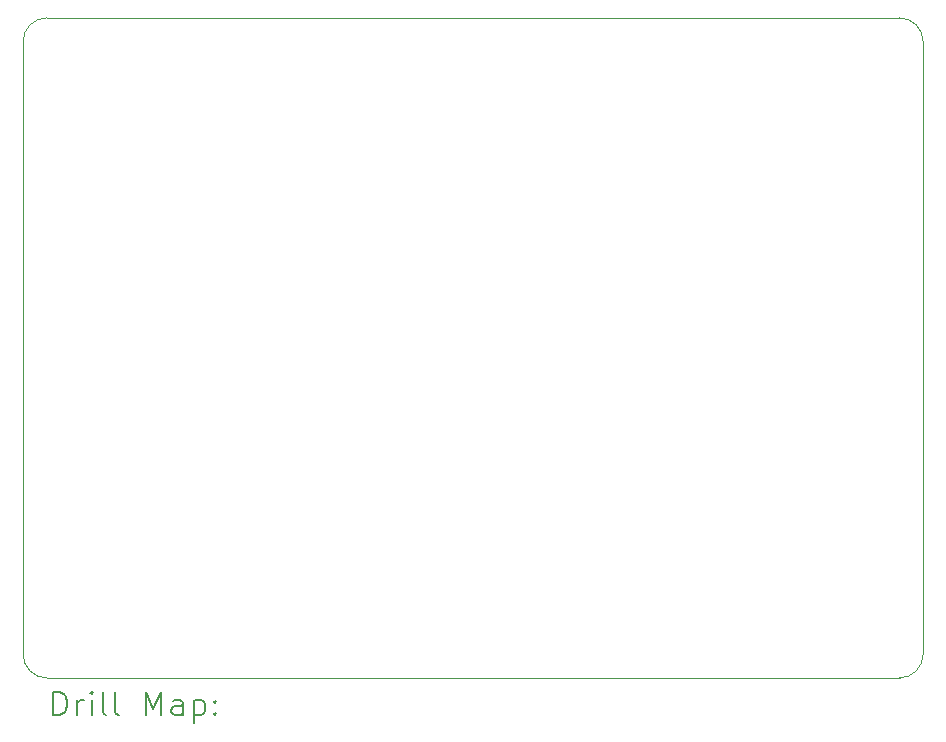
<source format=gbr>
%TF.GenerationSoftware,KiCad,Pcbnew,8.0.2*%
%TF.CreationDate,2024-06-16T16:42:39+02:00*%
%TF.ProjectId,bspdv3,62737064-7633-42e6-9b69-6361645f7063,rev?*%
%TF.SameCoordinates,Original*%
%TF.FileFunction,Drillmap*%
%TF.FilePolarity,Positive*%
%FSLAX45Y45*%
G04 Gerber Fmt 4.5, Leading zero omitted, Abs format (unit mm)*
G04 Created by KiCad (PCBNEW 8.0.2) date 2024-06-16 16:42:39*
%MOMM*%
%LPD*%
G01*
G04 APERTURE LIST*
%ADD10C,0.100000*%
%ADD11C,0.200000*%
G04 APERTURE END LIST*
D10*
X1778000Y-1724000D02*
G75*
G02*
X1978000Y-1524000I200000J0D01*
G01*
X1978000Y-7112000D02*
G75*
G02*
X1778000Y-6912000I0J200000D01*
G01*
X9198000Y-1524000D02*
G75*
G02*
X9398000Y-1724000I0J-200000D01*
G01*
X9398000Y-1724000D02*
X9398000Y-6912000D01*
X1778000Y-6912000D02*
X1778000Y-1724000D01*
X9398000Y-6912000D02*
G75*
G02*
X9198000Y-7112000I-200000J0D01*
G01*
X1978000Y-1524000D02*
X9198000Y-1524000D01*
X9198000Y-7112000D02*
X1978000Y-7112000D01*
D11*
X2033777Y-7428484D02*
X2033777Y-7228484D01*
X2033777Y-7228484D02*
X2081396Y-7228484D01*
X2081396Y-7228484D02*
X2109967Y-7238008D01*
X2109967Y-7238008D02*
X2129015Y-7257055D01*
X2129015Y-7257055D02*
X2138539Y-7276103D01*
X2138539Y-7276103D02*
X2148063Y-7314198D01*
X2148063Y-7314198D02*
X2148063Y-7342769D01*
X2148063Y-7342769D02*
X2138539Y-7380865D01*
X2138539Y-7380865D02*
X2129015Y-7399912D01*
X2129015Y-7399912D02*
X2109967Y-7418960D01*
X2109967Y-7418960D02*
X2081396Y-7428484D01*
X2081396Y-7428484D02*
X2033777Y-7428484D01*
X2233777Y-7428484D02*
X2233777Y-7295150D01*
X2233777Y-7333246D02*
X2243301Y-7314198D01*
X2243301Y-7314198D02*
X2252824Y-7304674D01*
X2252824Y-7304674D02*
X2271872Y-7295150D01*
X2271872Y-7295150D02*
X2290920Y-7295150D01*
X2357586Y-7428484D02*
X2357586Y-7295150D01*
X2357586Y-7228484D02*
X2348063Y-7238008D01*
X2348063Y-7238008D02*
X2357586Y-7247531D01*
X2357586Y-7247531D02*
X2367110Y-7238008D01*
X2367110Y-7238008D02*
X2357586Y-7228484D01*
X2357586Y-7228484D02*
X2357586Y-7247531D01*
X2481396Y-7428484D02*
X2462348Y-7418960D01*
X2462348Y-7418960D02*
X2452824Y-7399912D01*
X2452824Y-7399912D02*
X2452824Y-7228484D01*
X2586158Y-7428484D02*
X2567110Y-7418960D01*
X2567110Y-7418960D02*
X2557586Y-7399912D01*
X2557586Y-7399912D02*
X2557586Y-7228484D01*
X2814729Y-7428484D02*
X2814729Y-7228484D01*
X2814729Y-7228484D02*
X2881396Y-7371341D01*
X2881396Y-7371341D02*
X2948062Y-7228484D01*
X2948062Y-7228484D02*
X2948062Y-7428484D01*
X3129015Y-7428484D02*
X3129015Y-7323722D01*
X3129015Y-7323722D02*
X3119491Y-7304674D01*
X3119491Y-7304674D02*
X3100443Y-7295150D01*
X3100443Y-7295150D02*
X3062348Y-7295150D01*
X3062348Y-7295150D02*
X3043301Y-7304674D01*
X3129015Y-7418960D02*
X3109967Y-7428484D01*
X3109967Y-7428484D02*
X3062348Y-7428484D01*
X3062348Y-7428484D02*
X3043301Y-7418960D01*
X3043301Y-7418960D02*
X3033777Y-7399912D01*
X3033777Y-7399912D02*
X3033777Y-7380865D01*
X3033777Y-7380865D02*
X3043301Y-7361817D01*
X3043301Y-7361817D02*
X3062348Y-7352293D01*
X3062348Y-7352293D02*
X3109967Y-7352293D01*
X3109967Y-7352293D02*
X3129015Y-7342769D01*
X3224253Y-7295150D02*
X3224253Y-7495150D01*
X3224253Y-7304674D02*
X3243301Y-7295150D01*
X3243301Y-7295150D02*
X3281396Y-7295150D01*
X3281396Y-7295150D02*
X3300443Y-7304674D01*
X3300443Y-7304674D02*
X3309967Y-7314198D01*
X3309967Y-7314198D02*
X3319491Y-7333246D01*
X3319491Y-7333246D02*
X3319491Y-7390388D01*
X3319491Y-7390388D02*
X3309967Y-7409436D01*
X3309967Y-7409436D02*
X3300443Y-7418960D01*
X3300443Y-7418960D02*
X3281396Y-7428484D01*
X3281396Y-7428484D02*
X3243301Y-7428484D01*
X3243301Y-7428484D02*
X3224253Y-7418960D01*
X3405205Y-7409436D02*
X3414729Y-7418960D01*
X3414729Y-7418960D02*
X3405205Y-7428484D01*
X3405205Y-7428484D02*
X3395682Y-7418960D01*
X3395682Y-7418960D02*
X3405205Y-7409436D01*
X3405205Y-7409436D02*
X3405205Y-7428484D01*
X3405205Y-7304674D02*
X3414729Y-7314198D01*
X3414729Y-7314198D02*
X3405205Y-7323722D01*
X3405205Y-7323722D02*
X3395682Y-7314198D01*
X3395682Y-7314198D02*
X3405205Y-7304674D01*
X3405205Y-7304674D02*
X3405205Y-7323722D01*
M02*

</source>
